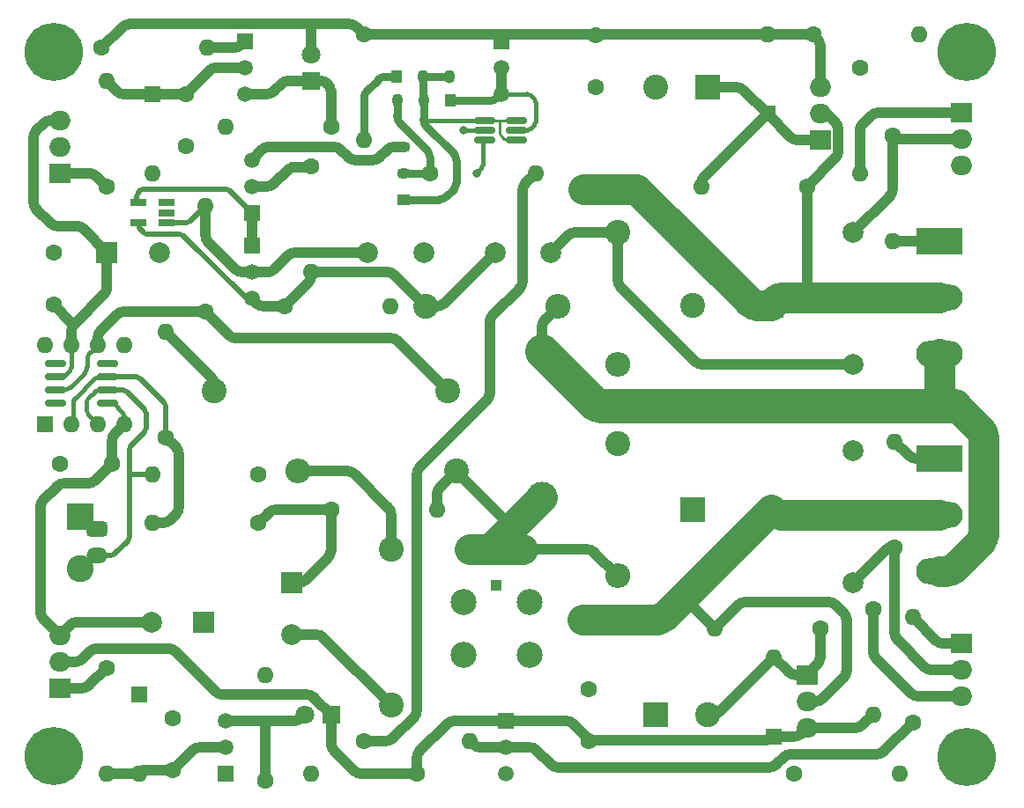
<source format=gbr>
%TF.GenerationSoftware,KiCad,Pcbnew,8.0.3*%
%TF.CreationDate,2024-07-01T09:31:08+02:00*%
%TF.ProjectId,Q17-Mini,5131372d-4d69-46e6-992e-6b696361645f,3.0.1*%
%TF.SameCoordinates,Original*%
%TF.FileFunction,Copper,L2,Bot*%
%TF.FilePolarity,Positive*%
%FSLAX46Y46*%
G04 Gerber Fmt 4.6, Leading zero omitted, Abs format (unit mm)*
G04 Created by KiCad (PCBNEW 8.0.3) date 2024-07-01 09:31:08*
%MOMM*%
%LPD*%
G01*
G04 APERTURE LIST*
G04 Aperture macros list*
%AMRoundRect*
0 Rectangle with rounded corners*
0 $1 Rounding radius*
0 $2 $3 $4 $5 $6 $7 $8 $9 X,Y pos of 4 corners*
0 Add a 4 corners polygon primitive as box body*
4,1,4,$2,$3,$4,$5,$6,$7,$8,$9,$2,$3,0*
0 Add four circle primitives for the rounded corners*
1,1,$1+$1,$2,$3*
1,1,$1+$1,$4,$5*
1,1,$1+$1,$6,$7*
1,1,$1+$1,$8,$9*
0 Add four rect primitives between the rounded corners*
20,1,$1+$1,$2,$3,$4,$5,0*
20,1,$1+$1,$4,$5,$6,$7,0*
20,1,$1+$1,$6,$7,$8,$9,0*
20,1,$1+$1,$8,$9,$2,$3,0*%
G04 Aperture macros list end*
%TA.AperFunction,ComponentPad*%
%ADD10R,2.000000X1.905000*%
%TD*%
%TA.AperFunction,ComponentPad*%
%ADD11O,2.000000X1.905000*%
%TD*%
%TA.AperFunction,ComponentPad*%
%ADD12C,2.500000*%
%TD*%
%TA.AperFunction,ComponentPad*%
%ADD13C,1.600000*%
%TD*%
%TA.AperFunction,ComponentPad*%
%ADD14O,1.600000X1.600000*%
%TD*%
%TA.AperFunction,ComponentPad*%
%ADD15R,1.800000X1.800000*%
%TD*%
%TA.AperFunction,ComponentPad*%
%ADD16C,1.800000*%
%TD*%
%TA.AperFunction,ComponentPad*%
%ADD17R,2.400000X2.400000*%
%TD*%
%TA.AperFunction,ComponentPad*%
%ADD18C,2.400000*%
%TD*%
%TA.AperFunction,ComponentPad*%
%ADD19C,2.000000*%
%TD*%
%TA.AperFunction,ComponentPad*%
%ADD20C,3.600000*%
%TD*%
%TA.AperFunction,ConnectorPad*%
%ADD21C,5.600000*%
%TD*%
%TA.AperFunction,ComponentPad*%
%ADD22R,2.000000X2.000000*%
%TD*%
%TA.AperFunction,ComponentPad*%
%ADD23R,1.600000X1.600000*%
%TD*%
%TA.AperFunction,ComponentPad*%
%ADD24R,1.300000X1.050000*%
%TD*%
%TA.AperFunction,ComponentPad*%
%ADD25O,1.300000X1.050000*%
%TD*%
%TA.AperFunction,ComponentPad*%
%ADD26O,2.400000X2.400000*%
%TD*%
%TA.AperFunction,ComponentPad*%
%ADD27R,1.500000X1.500000*%
%TD*%
%TA.AperFunction,ComponentPad*%
%ADD28C,1.500000*%
%TD*%
%TA.AperFunction,ComponentPad*%
%ADD29R,4.500000X2.500000*%
%TD*%
%TA.AperFunction,ComponentPad*%
%ADD30O,4.500000X2.500000*%
%TD*%
%TA.AperFunction,ComponentPad*%
%ADD31R,1.050000X1.300000*%
%TD*%
%TA.AperFunction,ComponentPad*%
%ADD32O,1.050000X1.300000*%
%TD*%
%TA.AperFunction,ComponentPad*%
%ADD33C,3.000000*%
%TD*%
%TA.AperFunction,ComponentPad*%
%ADD34R,1.000000X1.000000*%
%TD*%
%TA.AperFunction,ComponentPad*%
%ADD35R,2.600000X2.600000*%
%TD*%
%TA.AperFunction,ComponentPad*%
%ADD36RoundRect,0.375000X-0.625000X0.375000X-0.625000X-0.375000X0.625000X-0.375000X0.625000X0.375000X0*%
%TD*%
%TA.AperFunction,ComponentPad*%
%ADD37O,2.000000X1.500000*%
%TD*%
%TA.AperFunction,ComponentPad*%
%ADD38C,2.600000*%
%TD*%
%TA.AperFunction,SMDPad,CuDef*%
%ADD39RoundRect,0.150000X0.850000X0.150000X-0.850000X0.150000X-0.850000X-0.150000X0.850000X-0.150000X0*%
%TD*%
%TA.AperFunction,SMDPad,CuDef*%
%ADD40R,1.560000X0.650000*%
%TD*%
%TA.AperFunction,SMDPad,CuDef*%
%ADD41RoundRect,0.150000X0.825000X0.150000X-0.825000X0.150000X-0.825000X-0.150000X0.825000X-0.150000X0*%
%TD*%
%TA.AperFunction,ViaPad*%
%ADD42C,0.800000*%
%TD*%
%TA.AperFunction,Conductor*%
%ADD43C,1.000000*%
%TD*%
%TA.AperFunction,Conductor*%
%ADD44C,0.500000*%
%TD*%
%TA.AperFunction,Conductor*%
%ADD45C,0.400000*%
%TD*%
%TA.AperFunction,Conductor*%
%ADD46C,3.000000*%
%TD*%
%TA.AperFunction,Conductor*%
%ADD47C,3.300000*%
%TD*%
%TA.AperFunction,Conductor*%
%ADD48C,0.250000*%
%TD*%
%TA.AperFunction,Conductor*%
%ADD49C,0.800000*%
%TD*%
G04 APERTURE END LIST*
D10*
%TO.P,Q13,1,G*%
%TO.N,Net-(D6-K)*%
X177104495Y-67140037D03*
D11*
%TO.P,Q13,2,D*%
%TO.N,Net-(J3-1-Pin_1)*%
X177104495Y-64600037D03*
%TO.P,Q13,3,S*%
%TO.N,Net-(D1-A)*%
X177104495Y-62060037D03*
%TD*%
D12*
%TO.P,J3-3,1,Pin_1*%
%TO.N,Net-(J3-3-Pin_1)*%
X159384495Y-113241037D03*
X154304495Y-113241037D03*
%TD*%
D13*
%TO.P,R19,1*%
%TO.N,Net-(D1-A)*%
X108077745Y-58250037D03*
D14*
%TO.P,R19,2*%
%TO.N,Net-(Q2-E)*%
X118237745Y-58250037D03*
%TD*%
D15*
%TO.P,D4,1,K*%
%TO.N,Net-(D4-K)*%
X130114495Y-122385037D03*
D16*
%TO.P,D4,2,A*%
%TO.N,Net-(D4-A)*%
X127574495Y-122385037D03*
%TD*%
D17*
%TO.P,C16,1*%
%TO.N,GND*%
X164905495Y-102700037D03*
D18*
%TO.P,C16,2*%
%TO.N,Net-(J3-3-Pin_1)*%
X172405495Y-102700037D03*
%TD*%
D19*
%TO.P,R12,1*%
%TO.N,Net-(C10-Pad1)*%
X180279495Y-96985037D03*
%TO.P,R12,2*%
%TO.N,Net-(D8-A)*%
X180279495Y-109685037D03*
%TD*%
D10*
%TO.P,Q14,1,G*%
%TO.N,Net-(D5-A)*%
X175834495Y-118575037D03*
D11*
%TO.P,Q14,2,D*%
%TO.N,Net-(J3-3-Pin_1)*%
X175834495Y-121115037D03*
%TO.P,Q14,3,S*%
%TO.N,Net-(D4-K)*%
X175834495Y-123655037D03*
%TD*%
D13*
%TO.P,C12,1*%
%TO.N,GND*%
X154879495Y-119925037D03*
%TO.P,C12,2*%
%TO.N,Net-(D4-K)*%
X154879495Y-124925037D03*
%TD*%
%TO.P,R6,1*%
%TO.N,Net-(Q7-S)*%
X125669495Y-83127712D03*
D14*
%TO.P,R6,2*%
%TO.N,GND*%
X135829495Y-83127712D03*
%TD*%
D20*
%TO.P,H3,1*%
%TO.N,N/C*%
X191188820Y-126440889D03*
D21*
X191188820Y-126440889D03*
%TD*%
D13*
%TO.P,R23,1*%
%TO.N,Net-(C2-Pad1)*%
X130114495Y-102700037D03*
D14*
%TO.P,R23,2*%
%TO.N,Net-(J2-1-Pin_1)*%
X140274495Y-102700037D03*
%TD*%
D13*
%TO.P,R21,1*%
%TO.N,Net-(D4-A)*%
X123764495Y-128735037D03*
D14*
%TO.P,R21,2*%
%TO.N,GND*%
X123764495Y-118575037D03*
%TD*%
D13*
%TO.P,R40,1*%
%TO.N,Net-(Q1-G)*%
X108524495Y-71585037D03*
D14*
%TO.P,R40,2*%
%TO.N,Net-(D2-K)*%
X108524495Y-61425037D03*
%TD*%
D13*
%TO.P,R8,1*%
%TO.N,Net-(Q12-C)*%
X185994495Y-123190000D03*
D14*
%TO.P,R8,2*%
%TO.N,Net-(Q6-G)*%
X185994495Y-113030000D03*
%TD*%
D13*
%TO.P,C11,1*%
%TO.N,GND*%
X155514495Y-62020037D03*
%TO.P,C11,2*%
%TO.N,Net-(D1-A)*%
X155514495Y-57020037D03*
%TD*%
D22*
%TO.P,C6,1*%
%TO.N,GND*%
X117877172Y-113495037D03*
D19*
%TO.P,C6,2*%
%TO.N,Net-(Q4-S)*%
X112877172Y-113495037D03*
%TD*%
D23*
%TO.P,D2,1,K*%
%TO.N,Net-(D2-K)*%
X112969495Y-62735037D03*
D14*
%TO.P,D2,2,A*%
%TO.N,GND*%
X112969495Y-70355037D03*
%TD*%
D15*
%TO.P,D1,1,K*%
%TO.N,Net-(D1-K)*%
X128209495Y-61425037D03*
D16*
%TO.P,D1,2,A*%
%TO.N,Net-(D1-A)*%
X128209495Y-58885037D03*
%TD*%
D18*
%TO.P,C17,1*%
%TO.N,Net-(C17-Pad1)*%
X135899790Y-106497272D03*
%TO.P,C17,2*%
%TO.N,GND*%
X135899790Y-121497272D03*
%TD*%
D19*
%TO.P,C1,1*%
%TO.N,Net-(Q7-G)*%
X133632943Y-77928513D03*
%TO.P,C1,2*%
%TO.N,GND*%
X139004495Y-77928513D03*
%TD*%
D23*
%TO.P,D3,1,K*%
%TO.N,GND*%
X111699495Y-120480037D03*
D14*
%TO.P,D3,2,A*%
%TO.N,Net-(D3-A)*%
X111699495Y-128100037D03*
%TD*%
D13*
%TO.P,R2,1*%
%TO.N,Net-(D1-K)*%
X130114495Y-65870037D03*
D14*
%TO.P,R2,2*%
%TO.N,GND*%
X119954495Y-65870037D03*
%TD*%
D20*
%TO.P,H1,1*%
%TO.N,N/C*%
X103463294Y-58647028D03*
D21*
X103463294Y-58647028D03*
%TD*%
D17*
%TO.P,C14,1*%
%TO.N,GND*%
X161309495Y-122385037D03*
D18*
%TO.P,C14,2*%
%TO.N,Net-(D5-A)*%
X166309495Y-122385037D03*
%TD*%
D23*
%TO.P,D6,1,K*%
%TO.N,Net-(D6-K)*%
X172024495Y-64600037D03*
D14*
%TO.P,D6,2,A*%
%TO.N,Net-(D1-A)*%
X172024495Y-56980037D03*
%TD*%
D22*
%TO.P,C3,1*%
%TO.N,Net-(Q1-S)*%
X108604495Y-77935037D03*
D19*
%TO.P,C3,2*%
%TO.N,GND*%
X113604495Y-77935037D03*
%TD*%
D12*
%TO.P,J3-2,1,Pin_1*%
%TO.N,GND*%
X149164495Y-116670037D03*
X149164495Y-111590037D03*
%TD*%
%TO.P,J2-1,1,Pin_1*%
%TO.N,Net-(J2-1-Pin_1)*%
X148529495Y-106510037D03*
X143449495Y-106510037D03*
%TD*%
D13*
%TO.P,R30,1*%
%TO.N,Net-(D5-A)*%
X177104495Y-114130037D03*
D14*
%TO.P,R30,2*%
%TO.N,Net-(J3-3-Pin_1)*%
X166944495Y-114130037D03*
%TD*%
D10*
%TO.P,Q4,1,G*%
%TO.N,Net-(Q4-G)*%
X104079495Y-119845037D03*
D11*
%TO.P,Q4,2,D*%
%TO.N,Net-(D4-K)*%
X104079495Y-117305037D03*
%TO.P,Q4,3,S*%
%TO.N,Net-(Q4-S)*%
X104079495Y-114765037D03*
%TD*%
D24*
%TO.P,Q9,1,S*%
%TO.N,Net-(Q9-S)*%
X137099495Y-72855037D03*
D25*
%TO.P,Q9,2,G*%
%TO.N,Net-(Q9-G)*%
X137099495Y-70315037D03*
%TO.P,Q9,3,D*%
%TO.N,Net-(Q8-D)*%
X137099495Y-67775037D03*
%TD*%
D18*
%TO.P,R27,1*%
%TO.N,Net-(Q7-S)*%
X139244311Y-83127712D03*
D26*
%TO.P,R27,2*%
%TO.N,Net-(D7-A)*%
X151944311Y-83127712D03*
%TD*%
D27*
%TO.P,Q7,1,D*%
%TO.N,Net-(Q7-D)*%
X122494360Y-77300037D03*
D28*
%TO.P,Q7,2,G*%
%TO.N,Net-(Q7-G)*%
X122494360Y-79840037D03*
%TO.P,Q7,3,S*%
%TO.N,Net-(Q7-S)*%
X122494360Y-82380037D03*
%TD*%
D13*
%TO.P,R18,1*%
%TO.N,Net-(U1--)*%
X114239495Y-95715037D03*
D14*
%TO.P,R18,2*%
%TO.N,Net-(C7-Pad1)*%
X114239495Y-85555037D03*
%TD*%
D19*
%TO.P,C10,1*%
%TO.N,Net-(C10-Pad1)*%
X151244923Y-77935037D03*
%TO.P,C10,2*%
%TO.N,Net-(Q7-S)*%
X145873371Y-77935037D03*
%TD*%
D13*
%TO.P,R29,1*%
%TO.N,Net-(J3-1-Pin_1)*%
X175834495Y-71585037D03*
D14*
%TO.P,R29,2*%
%TO.N,Net-(D6-K)*%
X165674495Y-71585037D03*
%TD*%
D29*
%TO.P,Q15,1,G*%
%TO.N,Net-(Q15-G)*%
X188595000Y-76835000D03*
D30*
%TO.P,Q15,2,D*%
%TO.N,Net-(J3-1-Pin_1)*%
X188595000Y-82285000D03*
%TO.P,Q15,3,S*%
%TO.N,Net-(D7-A)*%
X188595000Y-87735000D03*
%TD*%
D27*
%TO.P,Q3,1,E*%
%TO.N,Net-(Q3-E)*%
X119954495Y-128100037D03*
D28*
%TO.P,Q3,2,C*%
%TO.N,Net-(D3-A)*%
X119954495Y-125560037D03*
%TO.P,Q3,3,B*%
%TO.N,Net-(D4-A)*%
X119954495Y-123020037D03*
%TD*%
D29*
%TO.P,Q16,1,G*%
%TO.N,Net-(Q16-G)*%
X188595000Y-97752220D03*
D30*
%TO.P,Q16,2,D*%
%TO.N,Net-(J3-3-Pin_1)*%
X188595000Y-103202220D03*
%TO.P,Q16,3,S*%
%TO.N,Net-(D7-A)*%
X188595000Y-108652220D03*
%TD*%
D18*
%TO.P,R28,1*%
%TO.N,Net-(R26-Pad2)*%
X157673495Y-96350037D03*
D26*
%TO.P,R28,2*%
%TO.N,Net-(J2-1-Pin_1)*%
X157673495Y-109050037D03*
%TD*%
D18*
%TO.P,C7,1*%
%TO.N,Net-(C7-Pad1)*%
X118864495Y-91270037D03*
%TO.P,C7,2*%
%TO.N,Net-(C7-Pad2)*%
X141364495Y-91270037D03*
%TD*%
D13*
%TO.P,C8,1*%
%TO.N,GND*%
X114874495Y-122779843D03*
%TO.P,C8,2*%
%TO.N,Net-(D3-A)*%
X114874495Y-127779843D03*
%TD*%
%TO.P,R16,1*%
%TO.N,GND*%
X123129495Y-99271037D03*
D14*
%TO.P,R16,2*%
%TO.N,Net-(J1-Pin_2)*%
X112969495Y-99271037D03*
%TD*%
D13*
%TO.P,C5,1*%
%TO.N,GND*%
X104079495Y-98255037D03*
%TO.P,C5,2*%
%TO.N,Net-(Q4-S)*%
X109079495Y-98255037D03*
%TD*%
D31*
%TO.P,Q111,1,S*%
%TO.N,Net-(Q10-B)*%
X141544495Y-63330037D03*
D32*
%TO.P,Q111,2,G*%
%TO.N,Net-(Q9-S)*%
X139004495Y-63330037D03*
%TO.P,Q111,3,D*%
%TO.N,Net-(Q9-G)*%
X136464495Y-63330037D03*
%TD*%
D13*
%TO.P,R24,1*%
%TO.N,Net-(Q9-G)*%
X139639495Y-70315037D03*
D14*
%TO.P,R24,2*%
%TO.N,Net-(R24-Pad2)*%
X149799495Y-70315037D03*
%TD*%
D17*
%TO.P,C13,1*%
%TO.N,Net-(D6-K)*%
X166309495Y-62060037D03*
D18*
%TO.P,C13,2*%
%TO.N,GND*%
X161309495Y-62060037D03*
%TD*%
D27*
%TO.P,Q2,1,E*%
%TO.N,Net-(Q2-E)*%
X121859495Y-57610037D03*
D28*
%TO.P,Q2,2,C*%
%TO.N,Net-(D2-K)*%
X121859495Y-60150037D03*
%TO.P,Q2,3,B*%
%TO.N,Net-(D1-K)*%
X121859495Y-62690037D03*
%TD*%
D13*
%TO.P,C4,1*%
%TO.N,GND*%
X103444495Y-77935037D03*
%TO.P,C4,2*%
%TO.N,Net-(Q1-S)*%
X103444495Y-82935037D03*
%TD*%
D20*
%TO.P,H2,1*%
%TO.N,N/C*%
X191175082Y-58697768D03*
D21*
X191175082Y-58697768D03*
%TD*%
D13*
%TO.P,R4,1*%
%TO.N,Net-(Q8-G)*%
X128209495Y-69680037D03*
D14*
%TO.P,R4,2*%
%TO.N,Net-(Q7-S)*%
X128209495Y-79840037D03*
%TD*%
D13*
%TO.P,R9,1*%
%TO.N,Net-(Q12-B)*%
X174564495Y-128100037D03*
D14*
%TO.P,R9,2*%
%TO.N,Net-(Q6-S)*%
X184724495Y-128100037D03*
%TD*%
D18*
%TO.P,R31,1*%
%TO.N,Net-(J2-1-Pin_1)*%
X142164495Y-98994079D03*
D26*
%TO.P,R31,2*%
%TO.N,Net-(C17-Pad1)*%
X126924495Y-98994079D03*
%TD*%
D13*
%TO.P,C9,1*%
%TO.N,GND*%
X116144495Y-67735037D03*
%TO.P,C9,2*%
%TO.N,Net-(D2-K)*%
X116144495Y-62735037D03*
%TD*%
%TO.P,R1,1*%
%TO.N,Net-(C7-Pad2)*%
X118049495Y-83650037D03*
D14*
%TO.P,R1,2*%
%TO.N,Net-(Q7-G)*%
X118049495Y-73490037D03*
%TD*%
D10*
%TO.P,Q6,1,G*%
%TO.N,Net-(Q6-G)*%
X190698000Y-115570000D03*
D11*
%TO.P,Q6,2,D*%
%TO.N,Net-(D8-A)*%
X190698000Y-118110000D03*
%TO.P,Q6,3,S*%
%TO.N,Net-(Q6-S)*%
X190698000Y-120650000D03*
%TD*%
D33*
%TO.P,L1,1,1*%
%TO.N,Net-(D7-A)*%
X150415807Y-87457846D03*
%TO.P,L1,2,2*%
%TO.N,Net-(J2-1-Pin_1)*%
X150415807Y-101457846D03*
%TD*%
D12*
%TO.P,J2-2,1,Pin_1*%
%TO.N,GND*%
X142814495Y-116670037D03*
X142814495Y-111590037D03*
%TD*%
D18*
%TO.P,R26,1*%
%TO.N,Net-(C10-Pad1)*%
X157673495Y-76030037D03*
D26*
%TO.P,R26,2*%
%TO.N,Net-(R26-Pad2)*%
X157673495Y-88730037D03*
%TD*%
D13*
%TO.P,R20,1*%
%TO.N,Net-(D4-K)*%
X138369495Y-128100037D03*
D14*
%TO.P,R20,2*%
%TO.N,Net-(Q3-E)*%
X128209495Y-128100037D03*
%TD*%
D13*
%TO.P,R14,1*%
%TO.N,Net-(D7-K)*%
X184089495Y-66672737D03*
D14*
%TO.P,R14,2*%
%TO.N,Net-(Q15-G)*%
X184089495Y-76832737D03*
%TD*%
D13*
%TO.P,R15,1*%
%TO.N,Net-(D8-A)*%
X184277000Y-106299000D03*
D14*
%TO.P,R15,2*%
%TO.N,Net-(Q16-G)*%
X184277000Y-96139000D03*
%TD*%
D13*
%TO.P,R41,1*%
%TO.N,Net-(Q4-G)*%
X108524495Y-117940037D03*
D14*
%TO.P,R41,2*%
%TO.N,Net-(D3-A)*%
X108524495Y-128100037D03*
%TD*%
D10*
%TO.P,Q5,1,G*%
%TO.N,Net-(Q5-G)*%
X190698000Y-64516000D03*
D11*
%TO.P,Q5,2,D*%
%TO.N,Net-(D7-K)*%
X190698000Y-67056000D03*
%TO.P,Q5,3,S*%
%TO.N,Net-(Q5-S)*%
X190698000Y-69596000D03*
%TD*%
D13*
%TO.P,R7,1*%
%TO.N,Net-(Q8-D)*%
X180914495Y-60155037D03*
D14*
%TO.P,R7,2*%
%TO.N,Net-(Q5-G)*%
X180914495Y-70315037D03*
%TD*%
D27*
%TO.P,Q10,1,E*%
%TO.N,Net-(D1-A)*%
X146497495Y-57615037D03*
D28*
%TO.P,Q10,2,C*%
%TO.N,Net-(Q10-B)*%
X146497495Y-60155037D03*
%TO.P,Q10,3,B*%
X146497495Y-62695037D03*
%TD*%
D13*
%TO.P,R13,1*%
%TO.N,Net-(Q6-S)*%
X182184495Y-112225037D03*
D14*
%TO.P,R13,2*%
%TO.N,Net-(D4-K)*%
X182184495Y-122385037D03*
%TD*%
D27*
%TO.P,Q12,1,E*%
%TO.N,Net-(D4-K)*%
X146899495Y-123020037D03*
D28*
%TO.P,Q12,2,C*%
%TO.N,Net-(Q12-C)*%
X146899495Y-125560037D03*
%TO.P,Q12,3,B*%
%TO.N,Net-(Q12-B)*%
X146899495Y-128100037D03*
%TD*%
D13*
%TO.P,R25,1*%
%TO.N,Net-(R24-Pad2)*%
X133289495Y-124925037D03*
D14*
%TO.P,R25,2*%
%TO.N,Net-(Q12-C)*%
X143449495Y-124925037D03*
%TD*%
D17*
%TO.P,C15,1*%
%TO.N,Net-(J3-1-Pin_1)*%
X172405495Y-83015037D03*
D18*
%TO.P,C15,2*%
%TO.N,GND*%
X164905495Y-83015037D03*
%TD*%
D13*
%TO.P,R10,1*%
%TO.N,Net-(D1-A)*%
X176469495Y-56980037D03*
D14*
%TO.P,R10,2*%
%TO.N,Net-(Q5-S)*%
X186629495Y-56980037D03*
%TD*%
D20*
%TO.P,H4,1*%
%TO.N,N/C*%
X103475185Y-126428054D03*
D21*
X103475185Y-126428054D03*
%TD*%
D31*
%TO.P,Q11,1,S*%
%TO.N,Net-(U2-S1)*%
X136394495Y-61044037D03*
D32*
%TO.P,Q11,2,G*%
%TO.N,Net-(Q9-S)*%
X138934495Y-61044037D03*
%TO.P,Q11,3,D*%
X141474495Y-61044037D03*
%TD*%
D27*
%TO.P,Q8,1,S*%
%TO.N,Net-(Q7-D)*%
X122494495Y-74125037D03*
D28*
%TO.P,Q8,2,G*%
%TO.N,Net-(Q8-G)*%
X122494495Y-71585037D03*
%TO.P,Q8,3,D*%
%TO.N,Net-(Q8-D)*%
X122494495Y-69045037D03*
%TD*%
D10*
%TO.P,Q1,1,G*%
%TO.N,Net-(Q1-G)*%
X104079495Y-70315037D03*
D11*
%TO.P,Q1,2,D*%
%TO.N,Net-(D1-A)*%
X104079495Y-67775037D03*
%TO.P,Q1,3,S*%
%TO.N,Net-(Q1-S)*%
X104079495Y-65235037D03*
%TD*%
D13*
%TO.P,R3,1*%
%TO.N,Net-(D1-A)*%
X133289495Y-56980037D03*
D14*
%TO.P,R3,2*%
%TO.N,Net-(U2-S1)*%
X133289495Y-67140037D03*
%TD*%
D19*
%TO.P,R11,1*%
%TO.N,Net-(D7-K)*%
X180279495Y-76030037D03*
%TO.P,R11,2*%
%TO.N,Net-(C10-Pad1)*%
X180279495Y-88730037D03*
%TD*%
D34*
%TO.P,J4,1*%
%TO.N,GND*%
X145989495Y-109939037D03*
%TD*%
D35*
%TO.P,J1,1,Pin_1*%
%TO.N,GND*%
X105984495Y-103335037D03*
D36*
X107596495Y-104585037D03*
D37*
%TO.P,J1,2,Pin_2*%
%TO.N,Net-(J1-Pin_2)*%
X107596495Y-107085037D03*
D38*
X105984495Y-108335037D03*
%TD*%
D22*
%TO.P,C2,1*%
%TO.N,Net-(C2-Pad1)*%
X126324538Y-109711651D03*
D19*
%TO.P,C2,2*%
%TO.N,GND*%
X126324538Y-114711651D03*
%TD*%
D23*
%TO.P,U1',1,NC*%
%TO.N,N/C*%
X102657426Y-94445037D03*
D14*
%TO.P,U1',2,-*%
%TO.N,Net-(U1--)*%
X105197426Y-94445037D03*
%TO.P,U1',3,+*%
%TO.N,Net-(J1-Pin_2)*%
X107737426Y-94445037D03*
%TO.P,U1',4,V-*%
%TO.N,Net-(Q4-S)*%
X110277426Y-94445037D03*
%TO.P,U1',5,NC*%
%TO.N,N/C*%
X110277426Y-86825037D03*
%TO.P,U1',6*%
%TO.N,Net-(C7-Pad2)*%
X107737426Y-86825037D03*
%TO.P,U1',7,V+*%
%TO.N,Net-(Q1-S)*%
X105197426Y-86825037D03*
%TO.P,U1',8,NC*%
%TO.N,N/C*%
X102657426Y-86825037D03*
%TD*%
D23*
%TO.P,D5,1,K*%
%TO.N,Net-(D4-K)*%
X172690981Y-124535037D03*
D14*
%TO.P,D5,2,A*%
%TO.N,Net-(D5-A)*%
X172690981Y-116915037D03*
%TD*%
D12*
%TO.P,J3-1,1,Pin_1*%
%TO.N,Net-(J3-1-Pin_1)*%
X159451495Y-71839037D03*
X154371495Y-71839037D03*
%TD*%
D13*
%TO.P,R17,1*%
%TO.N,Net-(C2-Pad1)*%
X123129495Y-103970037D03*
D14*
%TO.P,R17,2*%
%TO.N,Net-(U1--)*%
X112969495Y-103970037D03*
%TD*%
D39*
%TO.P,U2,1,G1*%
%TO.N,Net-(Q9-S)*%
X147894495Y-65240037D03*
%TO.P,U2,2,S2*%
%TO.N,Net-(Q10-B)*%
X147894495Y-66190037D03*
%TO.P,U2,3,G2*%
%TO.N,Net-(Q9-S)*%
X147894495Y-67140037D03*
%TO.P,U2,4,D2*%
%TO.N,Net-(Q9-G)*%
X144846495Y-67140037D03*
%TO.P,U2,5,S1*%
%TO.N,Net-(U2-S1)*%
X144846495Y-66190037D03*
%TO.P,U2,6,D1*%
%TO.N,Net-(Q9-S)*%
X144846495Y-65240037D03*
%TD*%
D40*
%TO.P,Q7',1*%
%TO.N,N/C*%
X114319495Y-73175037D03*
%TO.P,Q7',2*%
X114319495Y-74125037D03*
%TO.P,Q7',3*%
%TO.N,Net-(Q7-G)*%
X114319495Y-75075037D03*
%TO.P,Q7',4*%
%TO.N,Net-(Q7-S)*%
X111619495Y-75075037D03*
%TO.P,Q7',5*%
%TO.N,Net-(Q7-D)*%
X111619495Y-73175037D03*
%TD*%
D41*
%TO.P,U1,1,NC*%
%TO.N,unconnected-(U1-NC-Pad1)*%
X108617921Y-88645134D03*
%TO.P,U1,2,-*%
%TO.N,Net-(U1--)*%
X108617921Y-89915134D03*
%TO.P,U1,3,+*%
%TO.N,Net-(J1-Pin_2)*%
X108617921Y-91185134D03*
%TO.P,U1,4,V-*%
%TO.N,Net-(Q4-S)*%
X108617921Y-92455134D03*
%TO.P,U1,5,NC*%
%TO.N,unconnected-(U1-NC-Pad5)*%
X103667921Y-92455134D03*
%TO.P,U1,6*%
%TO.N,Net-(C7-Pad2)*%
X103667921Y-91185134D03*
%TO.P,U1,7,V+*%
%TO.N,Net-(Q1-S)*%
X103667921Y-89915134D03*
%TO.P,U1,8,NC*%
%TO.N,unconnected-(U1-NC-Pad8)*%
X103667921Y-88645134D03*
%TD*%
D42*
%TO.N,Net-(Q9-G)*%
X144084495Y-70315037D03*
%TO.N,Net-(U2-S1)*%
X142814495Y-66190037D03*
%TD*%
D43*
%TO.N,GND*%
X128699955Y-114711651D02*
X126324538Y-114711651D01*
X135899790Y-121497272D02*
X129407062Y-115004544D01*
X129407062Y-115004544D02*
G75*
G03*
X128699955Y-114711668I-707062J-707056D01*
G01*
%TO.N,Net-(Q7-G)*%
X118049495Y-76250823D02*
X118049495Y-73490037D01*
X133632943Y-77928513D02*
X126725233Y-77928513D01*
X122494360Y-79840037D02*
X121638709Y-79840037D01*
X123985281Y-79840037D02*
X122494360Y-79840037D01*
X126018126Y-78221406D02*
X124692388Y-79547144D01*
D44*
X116610942Y-74928590D02*
X118049495Y-73490037D01*
X114319495Y-75075037D02*
X116257388Y-75075037D01*
D43*
X120931602Y-79547144D02*
X118342388Y-76957930D01*
X126725233Y-77928513D02*
G75*
G03*
X126018112Y-78221392I-33J-999987D01*
G01*
X118049495Y-76250823D02*
G75*
G03*
X118342399Y-76957919I1000005J23D01*
G01*
D44*
X116257388Y-75075037D02*
G75*
G03*
X116610956Y-74928604I12J500037D01*
G01*
D43*
X124692388Y-79547144D02*
G75*
G02*
X123985281Y-79840013I-707088J707144D01*
G01*
X121638709Y-79840037D02*
G75*
G02*
X120931590Y-79547156I-9J1000037D01*
G01*
%TO.N,Net-(C2-Pad1)*%
X129821602Y-107310930D02*
X127713774Y-109418758D01*
X124106602Y-102992930D02*
X123129495Y-103970037D01*
X127006667Y-109711651D02*
X126324538Y-109711651D01*
X130114495Y-102700037D02*
X130114495Y-106603823D01*
X130114495Y-102700037D02*
X124813709Y-102700037D01*
X127713774Y-109418758D02*
G75*
G02*
X127006667Y-109711642I-707074J707058D01*
G01*
X124106602Y-102992930D02*
G75*
G02*
X124813709Y-102700032I707098J-707070D01*
G01*
X129821602Y-107310930D02*
G75*
G03*
X130114513Y-106603823I-707102J707130D01*
G01*
%TO.N,Net-(C7-Pad1)*%
X118571602Y-89887144D02*
X114239495Y-85555037D01*
X118571602Y-89887144D02*
G75*
G02*
X118864461Y-90594251I-707102J-707056D01*
G01*
%TO.N,Net-(Q1-S)*%
X106357388Y-75687930D02*
X108604495Y-77935037D01*
X101539495Y-66919251D02*
X101539495Y-73075823D01*
X103858709Y-75395037D02*
X105650281Y-75395037D01*
X108311602Y-81957930D02*
X105490319Y-84779213D01*
X105197426Y-85486320D02*
X105197426Y-86825037D01*
X105288671Y-84779213D02*
X103444495Y-82935037D01*
X104079495Y-65235037D02*
X103223709Y-65235037D01*
X101832388Y-73782930D02*
X103151602Y-75102144D01*
X108604495Y-77935037D02*
X108604495Y-81250823D01*
D45*
X105050979Y-89296416D02*
X104578707Y-89768688D01*
X105197426Y-86825037D02*
X105197426Y-88942862D01*
D43*
X102516602Y-65527930D02*
X101832388Y-66212144D01*
D45*
X105050979Y-89296416D02*
G75*
G03*
X105197392Y-88942862I-353579J353516D01*
G01*
D43*
X103151602Y-75102144D02*
G75*
G03*
X103858709Y-75395020I707098J707144D01*
G01*
X101539495Y-73075823D02*
G75*
G03*
X101832399Y-73782919I1000005J23D01*
G01*
X101832388Y-66212144D02*
G75*
G03*
X101539462Y-66919251I707112J-707156D01*
G01*
X105490319Y-84779213D02*
G75*
G03*
X105197432Y-85486320I707081J-707087D01*
G01*
D45*
X104225154Y-89915134D02*
G75*
G03*
X104578737Y-89768718I46J500034D01*
G01*
D43*
X108311602Y-81957930D02*
G75*
G03*
X108604513Y-81250823I-707102J707130D01*
G01*
X105650281Y-75395037D02*
G75*
G02*
X106357390Y-75687928I19J-999963D01*
G01*
X103223709Y-65235037D02*
G75*
G03*
X102516605Y-65527933I-9J-999963D01*
G01*
%TO.N,Net-(Q4-S)*%
X109372388Y-95350075D02*
X110277426Y-94445037D01*
X105763709Y-113495037D02*
X112877172Y-113495037D01*
D45*
X110277426Y-94445037D02*
X110277426Y-93714486D01*
D43*
X109079495Y-98255037D02*
X107467388Y-99867144D01*
X103786602Y-100452930D02*
X102467388Y-101772144D01*
X109079495Y-98255037D02*
X109079495Y-96057182D01*
X104079495Y-114765037D02*
X105056602Y-113787930D01*
D45*
X110130979Y-93360932D02*
X109225181Y-92455134D01*
D43*
X102174495Y-102479251D02*
X102174495Y-112445823D01*
X102467388Y-113152930D02*
X104079495Y-114765037D01*
X106760281Y-100160037D02*
X104493709Y-100160037D01*
X103786602Y-100452930D02*
G75*
G02*
X104493709Y-100160032I707098J-707070D01*
G01*
D45*
X110130979Y-93360932D02*
G75*
G02*
X110277428Y-93714486I-353579J-353568D01*
G01*
D43*
X102174495Y-112445823D02*
G75*
G03*
X102467399Y-113152919I1000005J23D01*
G01*
X105763709Y-113495037D02*
G75*
G03*
X105056605Y-113787933I-9J-999963D01*
G01*
X107467388Y-99867144D02*
G75*
G02*
X106760281Y-100160013I-707088J707144D01*
G01*
X102467388Y-101772144D02*
G75*
G03*
X102174532Y-102479251I707112J-707056D01*
G01*
X109372388Y-95350075D02*
G75*
G03*
X109079483Y-96057182I707112J-707125D01*
G01*
%TO.N,Net-(D3-A)*%
X114874495Y-127779843D02*
X112019689Y-127779843D01*
X117508515Y-125560037D02*
X119954495Y-125560037D01*
X114874495Y-127779843D02*
X116801408Y-125852930D01*
X111699495Y-128100037D02*
X108524495Y-128100037D01*
X112019689Y-127779843D02*
X111699495Y-128100037D01*
X116801408Y-125852930D02*
G75*
G02*
X117508515Y-125560036I707092J-707070D01*
G01*
%TO.N,Net-(C10-Pad1)*%
X157673495Y-76030037D02*
X157673495Y-80568823D01*
X151244923Y-77935037D02*
X152857030Y-76322930D01*
X157966388Y-81275930D02*
X165127602Y-88437144D01*
X165834709Y-88730037D02*
X180279495Y-88730037D01*
X153564137Y-76030037D02*
X157673495Y-76030037D01*
X152857030Y-76322930D02*
G75*
G02*
X153564137Y-76030052I707070J-707070D01*
G01*
X165127602Y-88437144D02*
G75*
G03*
X165834709Y-88730020I707098J707144D01*
G01*
X157966388Y-81275930D02*
G75*
G02*
X157673480Y-80568823I707112J707130D01*
G01*
%TO.N,Net-(D2-K)*%
X108524495Y-61425037D02*
X109541602Y-62442144D01*
X110248709Y-62735037D02*
X112969495Y-62735037D01*
X116144495Y-62735037D02*
X112969495Y-62735037D01*
X116144495Y-62735037D02*
X118431602Y-60447930D01*
X119138709Y-60155037D02*
X121854495Y-60155037D01*
X110248709Y-62735037D02*
G75*
G02*
X109541590Y-62442156I-9J1000037D01*
G01*
X118431602Y-60447930D02*
G75*
G02*
X119138709Y-60155032I707098J-707070D01*
G01*
D44*
%TO.N,Net-(Q7-S)*%
X112448674Y-76191109D02*
X115590460Y-76191109D01*
X115944014Y-76337556D02*
X121840049Y-82233591D01*
D43*
X140973589Y-82834819D02*
X145873371Y-77935037D01*
X125669495Y-83127712D02*
X123656249Y-83127712D01*
D44*
X111765942Y-75715484D02*
X112095121Y-76044663D01*
D43*
X127916602Y-80880605D02*
X125669495Y-83127712D01*
X139244311Y-83127712D02*
X140266482Y-83127712D01*
D44*
X111619495Y-75075037D02*
X111619495Y-75361930D01*
D43*
X122949142Y-82834819D02*
X122494360Y-82380037D01*
X139244311Y-83127712D02*
X136249529Y-80132930D01*
X128209495Y-79840037D02*
X128209495Y-80173498D01*
X135542422Y-79840037D02*
X128209495Y-79840037D01*
D44*
X115590460Y-76191109D02*
G75*
G02*
X115944032Y-76337538I40J-499991D01*
G01*
X111619495Y-75361930D02*
G75*
G03*
X111765956Y-75715470I500005J30D01*
G01*
X121840049Y-82233591D02*
G75*
G03*
X122193602Y-82380025I353551J353591D01*
G01*
D43*
X123656249Y-83127712D02*
G75*
G02*
X122949115Y-82834846I-49J1000012D01*
G01*
D44*
X112448674Y-76191109D02*
G75*
G02*
X112095132Y-76044652I26J500009D01*
G01*
D43*
X135542422Y-79840037D02*
G75*
G02*
X136249510Y-80132949I-22J-999963D01*
G01*
X127916602Y-80880605D02*
G75*
G03*
X128209495Y-80173498I-707102J707105D01*
G01*
X140973589Y-82834819D02*
G75*
G02*
X140266482Y-83127696I-707089J707119D01*
G01*
%TO.N,Net-(D1-A)*%
X128209495Y-58885037D02*
X128209495Y-55985774D01*
X155474495Y-56980037D02*
X133289495Y-56980037D01*
X176469495Y-56980037D02*
X155554495Y-56980037D01*
X128209495Y-55985774D02*
X110756222Y-55985774D01*
X176811602Y-57322144D02*
X176469495Y-56980037D01*
X133289495Y-56980037D02*
X132588125Y-56278667D01*
X110049115Y-56278667D02*
X108077745Y-58250037D01*
X177104495Y-62060037D02*
X177104495Y-58029251D01*
X131881018Y-55985774D02*
X128209495Y-55985774D01*
X110049115Y-56278667D02*
G75*
G02*
X110756222Y-55985797I707085J-707133D01*
G01*
X177104495Y-58029251D02*
G75*
G03*
X176811576Y-57322170I-999995J-49D01*
G01*
X132588125Y-56278667D02*
G75*
G03*
X131881018Y-55985769I-707125J-707133D01*
G01*
%TO.N,Net-(D4-K)*%
X138369495Y-128100037D02*
X133068709Y-128100037D01*
X146899495Y-123020037D02*
X141958709Y-123020037D01*
X107668709Y-116035037D02*
X114460281Y-116035037D01*
X152720281Y-123020037D02*
X146899495Y-123020037D01*
X132361602Y-127807144D02*
X130407388Y-125852930D01*
X127795281Y-120480037D02*
X119733709Y-120480037D01*
X182184495Y-122385037D02*
X181207388Y-123362144D01*
X104079495Y-117305037D02*
X105570281Y-117305037D01*
X154959495Y-124845037D02*
X153427388Y-123312930D01*
X106277388Y-117012144D02*
X106961602Y-116327930D01*
X180500281Y-123655037D02*
X175834495Y-123655037D01*
X141251602Y-123312930D02*
X138662388Y-125902144D01*
X175834495Y-123655037D02*
X175247388Y-124242144D01*
X171966767Y-124845037D02*
X154959495Y-124845037D01*
X130114495Y-125145823D02*
X130114495Y-122385037D01*
X130114495Y-122385037D02*
X128502388Y-120772930D01*
X174540281Y-124535037D02*
X172690981Y-124535037D01*
X138369495Y-126609251D02*
X138369495Y-128100037D01*
X119026602Y-120187144D02*
X115167388Y-116327930D01*
X106961602Y-116327930D02*
G75*
G02*
X107668709Y-116035032I707098J-707070D01*
G01*
X153427388Y-123312930D02*
G75*
G03*
X152720281Y-123020039I-707088J-707070D01*
G01*
X119733709Y-120480037D02*
G75*
G02*
X119026590Y-120187156I-9J1000037D01*
G01*
X141251602Y-123312930D02*
G75*
G02*
X141958709Y-123020032I707098J-707070D01*
G01*
X175247388Y-124242144D02*
G75*
G02*
X174540281Y-124535013I-707088J707144D01*
G01*
X105570281Y-117305037D02*
G75*
G03*
X106277405Y-117012161I19J1000037D01*
G01*
X115167388Y-116327930D02*
G75*
G03*
X114460281Y-116035039I-707088J-707070D01*
G01*
X132361602Y-127807144D02*
G75*
G03*
X133068709Y-128100020I707098J707144D01*
G01*
X130407388Y-125852930D02*
G75*
G02*
X130114480Y-125145823I707112J707130D01*
G01*
X181207388Y-123362144D02*
G75*
G02*
X180500281Y-123655013I-707088J707144D01*
G01*
X172673874Y-124552144D02*
G75*
G02*
X171966767Y-124845003I-707074J707144D01*
G01*
X138369495Y-126609251D02*
G75*
G02*
X138662412Y-125902168I1000005J-49D01*
G01*
X128502388Y-120772930D02*
G75*
G03*
X127795281Y-120480039I-707088J-707070D01*
G01*
%TO.N,Net-(D6-K)*%
X172024495Y-64600037D02*
X169777388Y-62352930D01*
X172024495Y-64600037D02*
X174271602Y-66847144D01*
X169070281Y-62060037D02*
X166309495Y-62060037D01*
X174978709Y-67140037D02*
X177104495Y-67140037D01*
X165967388Y-70657144D02*
X172024495Y-64600037D01*
X165967388Y-70657144D02*
G75*
G03*
X165674532Y-71364251I707112J-707056D01*
G01*
X174271602Y-66847144D02*
G75*
G03*
X174978709Y-67140020I707098J707144D01*
G01*
X169070281Y-62060037D02*
G75*
G02*
X169777390Y-62352928I19J-999963D01*
G01*
%TO.N,Net-(D5-A)*%
X175834495Y-118575037D02*
X176811602Y-117597930D01*
X175834495Y-118575037D02*
X174765195Y-118575037D01*
X177104495Y-116890823D02*
X177104495Y-114130037D01*
X172690981Y-116915037D02*
X167513874Y-122092144D01*
X174058088Y-118282144D02*
X172690981Y-116915037D01*
X176811602Y-117597930D02*
G75*
G03*
X177104513Y-116890823I-707102J707130D01*
G01*
X174058088Y-118282144D02*
G75*
G03*
X174765195Y-118575030I707112J707144D01*
G01*
X166806767Y-122385037D02*
G75*
G03*
X167513898Y-122092168I33J1000037D01*
G01*
%TO.N,Net-(C17-Pad1)*%
X126924495Y-98994079D02*
X131709323Y-98994079D01*
X132416430Y-99286972D02*
X135606897Y-102477439D01*
X135899790Y-103184546D02*
X135899790Y-106497272D01*
X131709323Y-98994079D02*
G75*
G02*
X132416423Y-99286979I-23J-1000021D01*
G01*
X135899790Y-103184546D02*
G75*
G03*
X135606918Y-102477418I-999990J46D01*
G01*
%TO.N,Net-(J3-1-Pin_1)*%
X175834495Y-82285000D02*
X175834495Y-71585037D01*
D46*
X171041709Y-83015037D02*
X172405495Y-83015037D01*
X172842639Y-82577893D02*
X172405495Y-83015037D01*
X188595000Y-82285000D02*
X173549746Y-82285000D01*
D43*
X178854495Y-68150823D02*
X178854495Y-66129251D01*
X175834495Y-71585037D02*
X178561602Y-68857930D01*
D46*
X159451495Y-71839037D02*
X170334602Y-82722144D01*
X159451495Y-71839037D02*
X154371495Y-71839037D01*
D43*
X178561602Y-65422144D02*
X177739495Y-64600037D01*
X177739495Y-64600037D02*
X177104495Y-64600037D01*
X178561602Y-68857930D02*
G75*
G03*
X178854513Y-68150823I-707102J707130D01*
G01*
D46*
X172842639Y-82577893D02*
G75*
G02*
X173549746Y-82285032I707061J-707107D01*
G01*
X170334602Y-82722144D02*
G75*
G03*
X171041709Y-83015020I707098J707144D01*
G01*
D43*
X178561602Y-65422144D02*
G75*
G02*
X178854461Y-66129251I-707102J-707056D01*
G01*
%TO.N,Net-(J3-3-Pin_1)*%
X166944495Y-114130037D02*
X169191602Y-111882930D01*
X179644495Y-113274251D02*
X179644495Y-118160823D01*
X176690281Y-121115037D02*
X175834495Y-121115037D01*
X166944495Y-114130037D02*
X164404495Y-111590037D01*
X169898709Y-111590037D02*
X177960281Y-111590037D01*
D46*
X172405495Y-102700037D02*
X162157388Y-112948144D01*
X173321892Y-103202220D02*
X188595000Y-103202220D01*
D43*
X179351602Y-118867930D02*
X177397388Y-120822144D01*
D46*
X161450281Y-113241037D02*
X159384495Y-113241037D01*
D43*
X178667388Y-111882930D02*
X179351602Y-112567144D01*
D46*
X159384495Y-113241037D02*
X154304495Y-113241037D01*
X172405495Y-102700037D02*
X172614785Y-102909327D01*
D43*
X178667388Y-111882930D02*
G75*
G03*
X177960281Y-111590039I-707088J-707070D01*
G01*
X169191602Y-111882930D02*
G75*
G02*
X169898709Y-111590032I707098J-707070D01*
G01*
D46*
X162157388Y-112948144D02*
G75*
G02*
X161450281Y-113241013I-707088J707144D01*
G01*
D43*
X177397388Y-120822144D02*
G75*
G02*
X176690281Y-121115013I-707088J707144D01*
G01*
X179351602Y-118867930D02*
G75*
G03*
X179644513Y-118160823I-707102J707130D01*
G01*
D46*
X173321892Y-103202220D02*
G75*
G02*
X172614785Y-102909327I8J1000020D01*
G01*
D43*
X179351602Y-112567144D02*
G75*
G02*
X179644461Y-113274251I-707102J-707056D01*
G01*
%TO.N,Net-(D1-K)*%
X129821602Y-61767144D02*
X129772388Y-61717930D01*
X128209495Y-61425037D02*
X126083709Y-61425037D01*
X130114495Y-65870037D02*
X130114495Y-62474251D01*
X125376602Y-61717930D02*
X124692388Y-62402144D01*
X123985281Y-62695037D02*
X121864495Y-62695037D01*
X129065281Y-61425037D02*
X128209495Y-61425037D01*
X129065281Y-61425037D02*
G75*
G02*
X129772390Y-61717928I19J-999963D01*
G01*
X125376602Y-61717930D02*
G75*
G02*
X126083709Y-61425032I707098J-707070D01*
G01*
X123985281Y-62695037D02*
G75*
G03*
X124692405Y-62402161I19J1000037D01*
G01*
X130114495Y-62474251D02*
G75*
G03*
X129821576Y-61767170I-999995J-49D01*
G01*
%TO.N,Net-(D4-A)*%
X123764495Y-123020037D02*
X123764495Y-128735037D01*
X123764495Y-123020037D02*
X126525281Y-123020037D01*
X127232388Y-122727144D02*
X127574495Y-122385037D01*
X119954495Y-123020037D02*
X123764495Y-123020037D01*
X127232388Y-122727144D02*
G75*
G02*
X126525281Y-123020013I-707088J707144D01*
G01*
D45*
%TO.N,Net-(J1-Pin_2)*%
X106797367Y-91969628D02*
X107435415Y-91331580D01*
D44*
X109012388Y-107085037D02*
X107596495Y-107085037D01*
X110756414Y-96865225D02*
X110756414Y-105341011D01*
X112188048Y-95226484D02*
X110902860Y-96511672D01*
X108617921Y-91185134D02*
X110137485Y-91185134D01*
D45*
X107788968Y-91185134D02*
X108617921Y-91185134D01*
X106650921Y-92323181D02*
X106650921Y-93151425D01*
D44*
X110609967Y-105694565D02*
X109365941Y-106938591D01*
X110491039Y-91331581D02*
X112188049Y-93028591D01*
D45*
X106797368Y-93504979D02*
X107737426Y-94445037D01*
D44*
X110756414Y-99271037D02*
X112969495Y-99271037D01*
X112334495Y-93382144D02*
X112334495Y-94872930D01*
X110902860Y-96511672D02*
G75*
G03*
X110756427Y-96865225I353540J-353528D01*
G01*
X112334495Y-94872930D02*
G75*
G02*
X112188032Y-95226468I-499995J30D01*
G01*
D45*
X106797367Y-91969628D02*
G75*
G03*
X106650901Y-92323181I353533J-353572D01*
G01*
X106797368Y-93504979D02*
G75*
G02*
X106650897Y-93151425I353532J353579D01*
G01*
X107435415Y-91331580D02*
G75*
G02*
X107788968Y-91185101I353585J-353520D01*
G01*
D44*
X112188049Y-93028591D02*
G75*
G02*
X112334466Y-93382144I-353549J-353509D01*
G01*
X110609967Y-105694565D02*
G75*
G03*
X110756418Y-105341011I-353567J353565D01*
G01*
X109012388Y-107085037D02*
G75*
G03*
X109365955Y-106938605I12J500037D01*
G01*
X110137485Y-91185134D02*
G75*
G02*
X110491039Y-91331581I15J-499966D01*
G01*
D43*
%TO.N,Net-(J2-1-Pin_1)*%
X154719281Y-106510037D02*
X148529495Y-106510037D01*
X142164495Y-99002037D02*
X147083595Y-103921137D01*
D46*
X148529495Y-106510037D02*
X145989495Y-106510037D01*
D43*
X140274495Y-101298293D02*
X140274495Y-102700037D01*
X157673495Y-109050037D02*
X155426388Y-106802930D01*
X142164495Y-98994079D02*
X140567388Y-100591186D01*
D46*
X145989495Y-105884158D02*
X150415807Y-101457846D01*
X145989495Y-106510037D02*
X143449495Y-106510037D01*
X145989495Y-106510037D02*
X145989495Y-105884158D01*
D43*
X154719281Y-106510037D02*
G75*
G02*
X155426390Y-106802928I19J-999963D01*
G01*
X140567388Y-100591186D02*
G75*
G03*
X140274491Y-101298293I707112J-707114D01*
G01*
%TO.N,Net-(D7-A)*%
X151944311Y-83127712D02*
X150708700Y-84363323D01*
D44*
X190046405Y-107200815D02*
X188595000Y-108652220D01*
D46*
X192844511Y-95748925D02*
X192844511Y-105013495D01*
X189205786Y-108652220D02*
X188595000Y-108652220D01*
D43*
X150415807Y-85070430D02*
X150415807Y-87457846D01*
D47*
X189992000Y-92710000D02*
X156082175Y-92710000D01*
D46*
X189992000Y-92710000D02*
X190219800Y-92710000D01*
D47*
X155375068Y-92417107D02*
X150415807Y-87457846D01*
D46*
X190219800Y-92710000D02*
X192551618Y-95041818D01*
X188595000Y-91985000D02*
X188595000Y-87735000D01*
X192551618Y-105720602D02*
X189912893Y-108359327D01*
D47*
X156082175Y-92710000D02*
G75*
G02*
X155375081Y-92417094I25J1000000D01*
G01*
D46*
X192551618Y-105720602D02*
G75*
G03*
X192844505Y-105013495I-707118J707102D01*
G01*
D43*
X150415807Y-85070430D02*
G75*
G02*
X150708687Y-84363310I999993J30D01*
G01*
D46*
X189912893Y-108359327D02*
G75*
G02*
X189205786Y-108652205I-707093J707127D01*
G01*
X192551618Y-95041818D02*
G75*
G02*
X192844490Y-95748925I-707118J-707082D01*
G01*
D43*
%TO.N,Net-(Q1-G)*%
X106840281Y-70315037D02*
X104079495Y-70315037D01*
X108524495Y-71585037D02*
X107547388Y-70607930D01*
X106840281Y-70315037D02*
G75*
G02*
X107547390Y-70607928I19J-999963D01*
G01*
%TO.N,Net-(Q2-E)*%
X118237745Y-58250037D02*
X120805281Y-58250037D01*
X121512388Y-57957144D02*
X121859495Y-57610037D01*
X121512388Y-57957144D02*
G75*
G02*
X120805281Y-58250013I-707088J707144D01*
G01*
%TO.N,Net-(Q4-G)*%
X108524495Y-117940037D02*
X106912388Y-119552144D01*
X106205281Y-119845037D02*
X104079495Y-119845037D01*
X106205281Y-119845037D02*
G75*
G03*
X106912405Y-119552161I19J1000037D01*
G01*
%TO.N,Net-(Q5-G)*%
X181975639Y-64808893D02*
X181207388Y-65577144D01*
X190698000Y-64516000D02*
X182682746Y-64516000D01*
X180914495Y-66284251D02*
X180914495Y-70315037D01*
X180914495Y-66284251D02*
G75*
G02*
X181207412Y-65577168I1000005J-49D01*
G01*
X182682746Y-64516000D02*
G75*
G03*
X181975616Y-64808870I-46J-1000000D01*
G01*
%TO.N,Net-(D7-K)*%
X180279495Y-76030037D02*
X183796602Y-72512930D01*
X184089495Y-71805823D02*
X184089495Y-66672737D01*
X184886972Y-67056000D02*
X190698000Y-67056000D01*
X184179865Y-66763107D02*
G75*
G03*
X184886972Y-67056020I707135J707107D01*
G01*
X183796602Y-72512930D02*
G75*
G03*
X184089513Y-71805823I-707102J707130D01*
G01*
%TO.N,Net-(Q6-G)*%
X190825000Y-115570000D02*
X188948709Y-115570000D01*
X188241602Y-115277107D02*
X185994495Y-113030000D01*
X188241602Y-115277107D02*
G75*
G03*
X188948709Y-115569994I707098J707107D01*
G01*
%TO.N,Net-(R24-Pad2)*%
X138076602Y-122677930D02*
X136122388Y-124632144D01*
X145354495Y-84699251D02*
X145354495Y-91490823D01*
X148236602Y-81402930D02*
X145647388Y-83992144D01*
X149799495Y-70315037D02*
X148822388Y-71292144D01*
X135415281Y-124925037D02*
X133289495Y-124925037D01*
X148529495Y-71999251D02*
X148529495Y-80695823D01*
X138369495Y-99304251D02*
X138369495Y-121970823D01*
X145061602Y-92197930D02*
X138662388Y-98597144D01*
X138662388Y-98597144D02*
G75*
G03*
X138369462Y-99304251I707112J-707156D01*
G01*
X135415281Y-124925037D02*
G75*
G03*
X136122405Y-124632161I19J1000037D01*
G01*
X145354495Y-91490823D02*
G75*
G02*
X145061589Y-92197917I-999995J23D01*
G01*
X138369495Y-121970823D02*
G75*
G02*
X138076589Y-122677917I-999995J23D01*
G01*
X148529495Y-80695823D02*
G75*
G02*
X148236589Y-81402917I-999995J23D01*
G01*
X145647388Y-83992144D02*
G75*
G03*
X145354532Y-84699251I707112J-707056D01*
G01*
X148822388Y-71292144D02*
G75*
G03*
X148529532Y-71999251I707112J-707056D01*
G01*
%TO.N,Net-(D8-A)*%
X190825000Y-118110000D02*
X187848672Y-118110000D01*
X180279495Y-109685037D02*
X183372639Y-106591893D01*
X187141565Y-117817107D02*
X184569893Y-115245435D01*
X184277000Y-114538328D02*
X184277000Y-106299000D01*
X187141565Y-117817107D02*
G75*
G03*
X187848672Y-118110020I707135J707107D01*
G01*
X183372639Y-106591893D02*
G75*
G02*
X184079746Y-106299032I707061J-707107D01*
G01*
X184277000Y-114538328D02*
G75*
G03*
X184569907Y-115245421I1000000J28D01*
G01*
%TO.N,Net-(Q6-S)*%
X182184495Y-112225037D02*
X182184495Y-116255823D01*
X182477388Y-116962930D02*
X185871565Y-120357107D01*
X186578672Y-120650000D02*
X190825000Y-120650000D01*
X182477388Y-116962930D02*
G75*
G02*
X182184480Y-116255823I707112J707130D01*
G01*
X186578672Y-120650000D02*
G75*
G02*
X185871579Y-120357093I28J1000000D01*
G01*
D44*
%TO.N,Net-(Q7-D)*%
X111445495Y-73001037D02*
X111619495Y-73175037D01*
X120001388Y-71839037D02*
X112160602Y-71839037D01*
D43*
X122494495Y-74125037D02*
X122494495Y-77299902D01*
D44*
X111445495Y-72554144D02*
X111445495Y-73001037D01*
X122494495Y-74125037D02*
X120354941Y-71985483D01*
X111807048Y-71985484D02*
X111591941Y-72200591D01*
X111807048Y-71985484D02*
G75*
G02*
X112160602Y-71839027I353552J-353516D01*
G01*
X120001388Y-71839037D02*
G75*
G02*
X120354939Y-71985485I12J-499963D01*
G01*
X111591941Y-72200591D02*
G75*
G03*
X111445527Y-72554144I353559J-353509D01*
G01*
D43*
%TO.N,Net-(Q8-G)*%
X122494495Y-71585037D02*
X123985281Y-71585037D01*
X126427674Y-69720624D02*
X128168908Y-69720624D01*
X124692388Y-71292144D02*
X126011602Y-69972930D01*
X126011602Y-69972930D02*
G75*
G02*
X126427680Y-69720644I734898J-742770D01*
G01*
X123985281Y-71585037D02*
G75*
G03*
X124692405Y-71292161I19J1000037D01*
G01*
%TO.N,Net-(Q8-D)*%
X134852388Y-68752144D02*
X135536602Y-68067930D01*
X132433709Y-69045037D02*
X134145281Y-69045037D01*
X136243709Y-67775037D02*
X137099495Y-67775037D01*
X131042388Y-68067930D02*
X131726602Y-68752144D01*
X124178709Y-67775037D02*
X130335281Y-67775037D01*
X122494495Y-69045037D02*
X123471602Y-68067930D01*
X131726602Y-68752144D02*
G75*
G03*
X132433709Y-69045020I707098J707144D01*
G01*
X123471602Y-68067930D02*
G75*
G02*
X124178709Y-67775032I707098J-707070D01*
G01*
X134145281Y-69045037D02*
G75*
G03*
X134852405Y-68752161I19J1000037D01*
G01*
X130335281Y-67775037D02*
G75*
G02*
X131042390Y-68067928I19J-999963D01*
G01*
X136243709Y-67775037D02*
G75*
G03*
X135536605Y-68067933I-9J-999963D01*
G01*
D48*
%TO.N,Net-(Q9-S)*%
X146489990Y-66787493D02*
X146721098Y-67018601D01*
D49*
X140495281Y-72855037D02*
X137099495Y-72855037D01*
D48*
X144819543Y-65265047D02*
X147867543Y-65265047D01*
D49*
X141886602Y-71877930D02*
X141202388Y-72562144D01*
X142179495Y-69141751D02*
X142179495Y-71170823D01*
D48*
X146343543Y-65265047D02*
X146343543Y-66433939D01*
D45*
X139316995Y-65240037D02*
X144846495Y-65240037D01*
D49*
X138934495Y-61044037D02*
X141474495Y-61044037D01*
X139297388Y-65845430D02*
X141886602Y-68434644D01*
X138934495Y-61044037D02*
X138934495Y-63260037D01*
X139004495Y-65138323D02*
X139004495Y-63330037D01*
D48*
X146343543Y-66433939D02*
G75*
G03*
X146490019Y-66787464I499957J39D01*
G01*
D49*
X139004495Y-65138323D02*
G75*
G03*
X139297399Y-65845419I1000005J23D01*
G01*
X142179495Y-71170823D02*
G75*
G02*
X141886589Y-71877917I-999995J23D01*
G01*
X140495281Y-72855037D02*
G75*
G03*
X141202405Y-72562161I19J1000037D01*
G01*
D48*
X147074651Y-67165047D02*
G75*
G02*
X146721113Y-67018586I49J500047D01*
G01*
D49*
X142179495Y-69141751D02*
G75*
G03*
X141886576Y-68434670I-999995J-49D01*
G01*
%TO.N,Net-(Q9-G)*%
X136464495Y-63330037D02*
X136464495Y-64820823D01*
D45*
X144719495Y-69472930D02*
X144719495Y-67267037D01*
D49*
X136757388Y-65527930D02*
X139346602Y-68117144D01*
D45*
X144084495Y-70315037D02*
X144573049Y-69826483D01*
D49*
X139639495Y-70315037D02*
X137099495Y-70315037D01*
X139639495Y-68824251D02*
X139639495Y-70315037D01*
X139639495Y-68824251D02*
G75*
G03*
X139346576Y-68117170I-999995J-49D01*
G01*
D45*
X144719495Y-69472930D02*
G75*
G02*
X144573033Y-69826467I-499995J30D01*
G01*
D49*
X136757388Y-65527930D02*
G75*
G02*
X136464480Y-64820823I707112J707130D01*
G01*
%TO.N,Net-(Q10-B)*%
X146155388Y-63037144D02*
X146497495Y-62695037D01*
D45*
X149799495Y-65347930D02*
X149799495Y-63537144D01*
D49*
X141544495Y-63330037D02*
X145448281Y-63330037D01*
D45*
X149653048Y-63183590D02*
X149310941Y-62841483D01*
X149310942Y-66043590D02*
X149653049Y-65701483D01*
X148957388Y-62695037D02*
X146497495Y-62695037D01*
D43*
X146497495Y-62695037D02*
X146497495Y-60155037D01*
D45*
X147894495Y-66190037D02*
X148957388Y-66190037D01*
X149799495Y-63537144D02*
G75*
G03*
X149653069Y-63183569I-499995J44D01*
G01*
X148957388Y-66190037D02*
G75*
G03*
X149310956Y-66043604I12J500037D01*
G01*
X149310941Y-62841483D02*
G75*
G03*
X148957388Y-62695034I-353541J-353517D01*
G01*
X149653049Y-65701483D02*
G75*
G03*
X149799518Y-65347930I-353549J353583D01*
G01*
D49*
X146155388Y-63037144D02*
G75*
G02*
X145448281Y-63330013I-707088J707144D01*
G01*
D43*
%TO.N,Net-(Q12-C)*%
X144498709Y-125560037D02*
X146899495Y-125560037D01*
X149912388Y-125852930D02*
X151231602Y-127172144D01*
X174343709Y-126195037D02*
X182575244Y-126195037D01*
X143449495Y-124925037D02*
X143791602Y-125267144D01*
X183282351Y-125902144D02*
X185994495Y-123190000D01*
X146899495Y-125560037D02*
X149205281Y-125560037D01*
X172952388Y-127172144D02*
X173636602Y-126487930D01*
X151938709Y-127465037D02*
X172245281Y-127465037D01*
X173636602Y-126487930D02*
G75*
G02*
X174343709Y-126195032I707098J-707070D01*
G01*
X149205281Y-125560037D02*
G75*
G02*
X149912390Y-125852928I19J-999963D01*
G01*
X151938709Y-127465037D02*
G75*
G02*
X151231590Y-127172156I-9J1000037D01*
G01*
X183282351Y-125902144D02*
G75*
G02*
X182575244Y-126195058I-707151J707144D01*
G01*
X143791602Y-125267144D02*
G75*
G03*
X144498709Y-125560020I707098J707144D01*
G01*
X172245281Y-127465037D02*
G75*
G03*
X172952405Y-127172161I19J1000037D01*
G01*
%TO.N,Net-(Q15-G)*%
X184259458Y-76835000D02*
X188595000Y-76835000D01*
%TO.N,Net-(C7-Pad2)*%
X108030319Y-85414213D02*
X109501602Y-83942930D01*
X107737426Y-86825037D02*
X107737426Y-86121320D01*
D45*
X107004319Y-87558144D02*
X107737426Y-86825037D01*
X105109284Y-90892241D02*
X106418533Y-89582992D01*
X106711426Y-88875885D02*
X106711426Y-88265251D01*
D43*
X141364495Y-91270037D02*
X136577388Y-86482930D01*
X110208709Y-83650037D02*
X118049495Y-83650037D01*
X120296602Y-85897144D02*
X118049495Y-83650037D01*
X135870281Y-86190037D02*
X121003709Y-86190037D01*
X110208709Y-83650037D02*
G75*
G03*
X109501605Y-83942933I-9J-999963D01*
G01*
X135870281Y-86190037D02*
G75*
G02*
X136577390Y-86482928I19J-999963D01*
G01*
D45*
X104402177Y-91185134D02*
G75*
G03*
X105109302Y-90892259I23J1000034D01*
G01*
X106418533Y-89582992D02*
G75*
G03*
X106711408Y-88875885I-707133J707092D01*
G01*
D43*
X107737426Y-86121320D02*
G75*
G02*
X108030315Y-85414209I999974J20D01*
G01*
D45*
X107004319Y-87558144D02*
G75*
G03*
X106711454Y-88265251I707081J-707056D01*
G01*
D43*
X121003709Y-86190037D02*
G75*
G02*
X120296590Y-85897156I-9J1000037D01*
G01*
%TO.N,Net-(Q16-G)*%
X185597327Y-97459327D02*
X184277000Y-96139000D01*
X188595000Y-97752220D02*
X186304434Y-97752220D01*
X186304434Y-97752220D02*
G75*
G02*
X185597306Y-97459348I-34J1000020D01*
G01*
D45*
%TO.N,Net-(U2-S1)*%
X142814495Y-66190037D02*
X144846495Y-66190037D01*
D49*
X135354709Y-61044037D02*
X136394495Y-61044037D01*
X133289495Y-67140037D02*
X133289495Y-63109251D01*
X133582388Y-62402144D02*
X134647602Y-61336930D01*
X133582388Y-62402144D02*
G75*
G03*
X133289532Y-63109251I707112J-707056D01*
G01*
X134647602Y-61336930D02*
G75*
G02*
X135354709Y-61044032I707098J-707070D01*
G01*
D44*
%TO.N,Net-(U1--)*%
X114239495Y-92747144D02*
X114239495Y-95715037D01*
D45*
X105342921Y-92345610D02*
X105342921Y-94299542D01*
X108577271Y-89955784D02*
X107732747Y-89955784D01*
D44*
X108617921Y-89915134D02*
X111407485Y-89915134D01*
D43*
X115509495Y-97399251D02*
X115509495Y-102412823D01*
X113952281Y-103970037D02*
X112969495Y-103970037D01*
D44*
X111761039Y-90061581D02*
X114093049Y-92393591D01*
D45*
X107379193Y-90102231D02*
X105489367Y-91992057D01*
D43*
X115216602Y-103119930D02*
X114659388Y-103677144D01*
X114239495Y-95715037D02*
X115216602Y-96692144D01*
D44*
X111761039Y-90061581D02*
G75*
G03*
X111407485Y-89915134I-353539J-353519D01*
G01*
D43*
X114659388Y-103677144D02*
G75*
G02*
X113952281Y-103970013I-707088J707144D01*
G01*
D45*
X105489367Y-91992057D02*
G75*
G03*
X105342922Y-92345610I353533J-353543D01*
G01*
X107732747Y-89955784D02*
G75*
G03*
X107379166Y-90102204I-47J-500016D01*
G01*
D43*
X115216602Y-103119930D02*
G75*
G03*
X115509513Y-102412823I-707102J707130D01*
G01*
X115216602Y-96692144D02*
G75*
G02*
X115509461Y-97399251I-707102J-707056D01*
G01*
D44*
X114093049Y-92393591D02*
G75*
G02*
X114239466Y-92747144I-353549J-353509D01*
G01*
%TD*%
M02*

</source>
